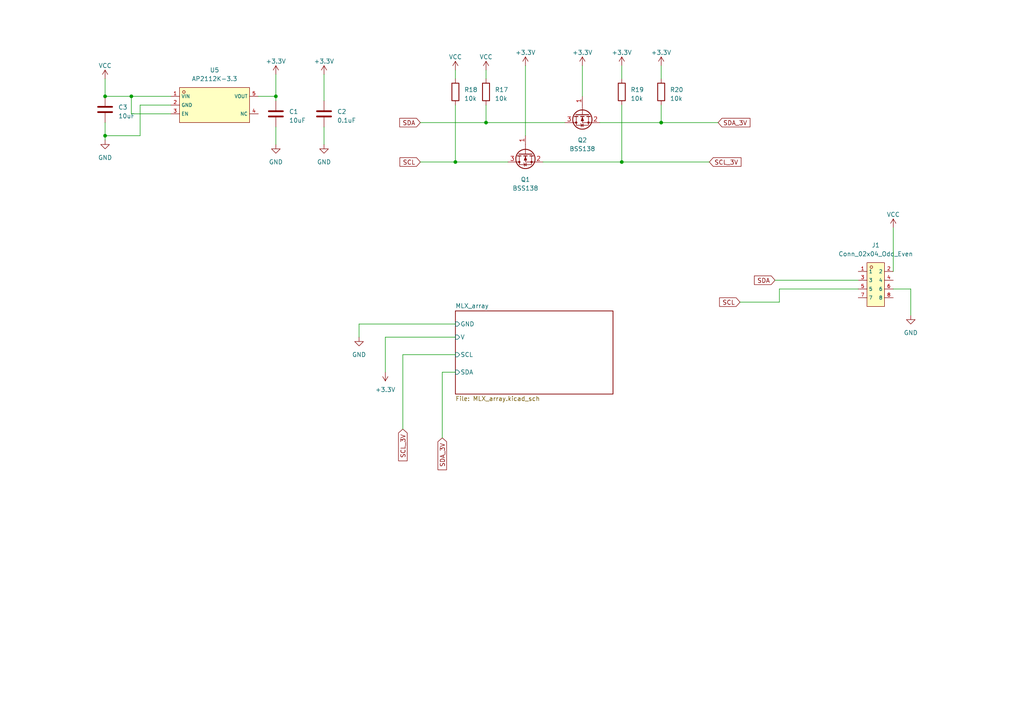
<source format=kicad_sch>
(kicad_sch (version 20230121) (generator eeschema)
  (paper "A4")
  (lib_symbols
    (symbol "Device:C" (pin_numbers hide) (pin_names (offset 0.254))
      (property "Reference" "C" (at 0.635 2.54 0))
      (property "Value" "C" (at 0.635 -2.54 0))
      (symbol "C_0_1"
        (polyline (pts (xy -2.032 -0.762) (xy 2.032 -0.762)) (stroke (width 0.508)))
        (polyline (pts (xy -2.032 0.762) (xy 2.032 0.762)) (stroke (width 0.508)))
      )
      (symbol "C_1_1"
        (pin passive line (at 0 3.81 270) (length 2.794) (name "~") (number "1"))
        (pin passive line (at 0 -3.81 90) (length 2.794) (name "~") (number "2"))
      )
    )
    (symbol "Device:R" (pin_numbers hide) (pin_names (offset 0))
      (property "Reference" "R" (at 2.032 0 90))
      (property "Value" "R" (at 0 0 90))
      (symbol "R_0_1"
        (rectangle (start -1.016 -2.54) (end 1.016 2.54) (stroke (width 0.254)))
      )
      (symbol "R_1_1"
        (pin passive line (at 0 3.81 270) (length 1.27) (name "~") (number "1"))
        (pin passive line (at 0 -3.81 90) (length 1.27) (name "~") (number "2"))
      )
    )
    (symbol "JLCPCB:AP2112K-3_3TRG1"
      (property "Reference" "U" (at 0 1.27 0))
      (property "Value" "AP2112K-3_3TRG1" (at 0 -2.54 0))
      (symbol "AP2112K-3_3TRG1_0_1"
        (rectangle (start -10.16 5.08) (end 10.16 -5.08) (fill (type background)))
        (circle (center -8.89 3.81) (radius 0.381) (fill (type background)))
        (pin unspecified line (at -12.7 2.54 0) (length 2.54) (name "VIN") (number "1"))
        (pin unspecified line (at -12.7 0 0) (length 2.54) (name "GND") (number "2"))
        (pin unspecified line (at -12.7 -2.54 0) (length 2.54) (name "EN") (number "3"))
        (pin unspecified line (at 12.7 -2.54 180) (length 2.54) (name "NC") (number "4"))
        (pin unspecified line (at 12.7 2.54 180) (length 2.54) (name "VOUT") (number "5"))
      )
    )
    (symbol "JLCPCB:PZ254-2-04-WS"
      (property "Reference" "U" (at 0 1.27 0))
      (property "Value" "PZ254-2-04-WS" (at 0 -2.54 0))
      (symbol "PZ254-2-04-WS_0_1"
        (rectangle (start -2.54 6.35) (end 2.54 -6.35) (fill (type background)))
        (circle (center -1.27 5.08) (radius 0.381) (fill (type background)))
        (pin unspecified line (at -5.08 3.81 0) (length 2.54) (name "1") (number "1"))
        (pin unspecified line (at 5.08 3.81 180) (length 2.54) (name "2") (number "2"))
        (pin unspecified line (at -5.08 1.27 0) (length 2.54) (name "3") (number "3"))
        (pin unspecified line (at 5.08 1.27 180) (length 2.54) (name "4") (number "4"))
        (pin unspecified line (at -5.08 -1.27 0) (length 2.54) (name "5") (number "5"))
        (pin unspecified line (at 5.08 -1.27 180) (length 2.54) (name "6") (number "6"))
        (pin unspecified line (at -5.08 -3.81 0) (length 2.54) (name "7") (number "7"))
        (pin unspecified line (at 5.08 -3.81 180) (length 2.54) (name "8") (number "8"))
      )
    )
    (symbol "Transistor_FET:BSS138" (pin_names hide)
      (property "Reference" "Q" (at 5.08 1.905 0))
      (property "Value" "BSS138" (at 5.08 0 0))
      (symbol "BSS138_0_1"
        (polyline (pts (xy 0.254 0) (xy -2.54 0)))
        (polyline (pts (xy 0.254 1.905) (xy 0.254 -1.905)) (stroke (width 0.254)))
        (polyline (pts (xy 0.762 -1.27) (xy 0.762 -2.286)) (stroke (width 0.254)))
        (polyline (pts (xy 0.762 0.508) (xy 0.762 -0.508)) (stroke (width 0.254)))
        (polyline (pts (xy 0.762 2.286) (xy 0.762 1.27)) (stroke (width 0.254)))
        (polyline (pts (xy 2.54 2.54) (xy 2.54 1.778)))
        (polyline (pts (xy 2.54 -2.54) (xy 2.54 0) (xy 0.762 0)))
        (polyline (pts (xy 0.762 -1.778) (xy 3.302 -1.778) (xy 3.302 1.778) (xy 0.762 1.778)))
        (polyline (pts (xy 1.016 0) (xy 2.032 0.381) (xy 2.032 -0.381) (xy 1.016 0)) (fill (type outline)))
        (polyline (pts (xy 2.794 0.508) (xy 2.921 0.381) (xy 3.683 0.381) (xy 3.81 0.254)))
        (polyline (pts (xy 3.302 0.381) (xy 2.921 -0.254) (xy 3.683 -0.254) (xy 3.302 0.381)))
        (circle (center 1.651 0) (radius 2.794) (stroke (width 0.254)))
        (circle (center 2.54 -1.778) (radius 0.254) (fill (type outline)))
        (circle (center 2.54 1.778) (radius 0.254) (fill (type outline)))
      )
      (symbol "BSS138_1_1"
        (pin input line (at -5.08 0 0) (length 2.54) (name "G") (number "1"))
        (pin passive line (at 2.54 -5.08 90) (length 2.54) (name "S") (number "2"))
        (pin passive line (at 2.54 5.08 270) (length 2.54) (name "D") (number "3"))
      )
    )
    (symbol "power:+3.3V" (power) (pin_names (offset 0))
      (property "Value" "+3.3V" (at 0 3.556 0))
      (symbol "+3.3V_0_1"
        (polyline (pts (xy -0.762 1.27) (xy 0 2.54)))
        (polyline (pts (xy 0 0) (xy 0 2.54)))
        (polyline (pts (xy 0 2.54) (xy 0.762 1.27)))
      )
      (symbol "+3.3V_1_1"
        (pin power_in line (at 0 0 90) (length 0) hide (name "+3.3V") (number "1"))
      )
    )
    (symbol "power:GND" (power) (pin_names (offset 0))
      (property "Value" "GND" (at 0 -3.81 0))
      (symbol "GND_0_1"
        (polyline (pts (xy 0 0) (xy 0 -1.27) (xy 1.27 -1.27) (xy 0 -2.54) (xy -1.27 -1.27) (xy 0 -1.27)))
      )
      (symbol "GND_1_1"
        (pin power_in line (at 0 0 270) (length 0) hide (name "GND") (number "1"))
      )
    )
    (symbol "power:VCC" (power) (pin_names (offset 0))
      (property "Value" "VCC" (at 0 3.81 0))
      (symbol "VCC_0_1"
        (polyline (pts (xy -0.762 1.27) (xy 0 2.54)))
        (polyline (pts (xy 0 0) (xy 0 2.54)))
        (polyline (pts (xy 0 2.54) (xy 0.762 1.27)))
      )
      (symbol "VCC_1_1"
        (pin power_in line (at 0 0 90) (length 0) hide (name "VCC") (number "1"))
      )
    )
  )
  (junction (at 180.34 46.99))
  (junction (at 191.77 35.56))
  (junction (at 30.48 27.94))
  (junction (at 30.48 39.37))
  (junction (at 140.97 35.56))
  (junction (at 80.01 27.94))
  (junction (at 38.1 27.94))
  (junction (at 132.08 46.99))
  (wire (pts (xy 30.48 35.56) (xy 30.48 39.37)))
  (wire (pts (xy 224.79 81.28) (xy 248.92 81.28)))
  (wire (pts (xy 226.06 83.82) (xy 248.92 83.82)))
  (wire (pts (xy 80.01 21.59) (xy 80.01 27.94)))
  (wire (pts (xy 180.34 30.48) (xy 180.34 46.99)))
  (wire (pts (xy 191.77 30.48) (xy 191.77 35.56)))
  (wire (pts (xy 140.97 20.32) (xy 140.97 22.86)))
  (wire (pts (xy 40.64 39.37) (xy 30.48 39.37)))
  (wire (pts (xy 140.97 35.56) (xy 140.97 30.48)))
  (wire (pts (xy 128.27 107.95) (xy 128.27 127)))
  (wire (pts (xy 38.1 33.02) (xy 38.1 27.94)))
  (wire (pts (xy 74.93 27.94) (xy 80.01 27.94)))
  (wire (pts (xy 180.34 19.05) (xy 180.34 22.86)))
  (wire (pts (xy 49.53 33.02) (xy 38.1 33.02)))
  (wire (pts (xy 132.08 20.32) (xy 132.08 22.86)))
  (wire (pts (xy 191.77 35.56) (xy 208.28 35.56)))
  (wire (pts (xy 259.08 66.04) (xy 259.08 78.74)))
  (wire (pts (xy 191.77 19.05) (xy 191.77 22.86)))
  (wire (pts (xy 49.53 30.48) (xy 40.64 30.48)))
  (wire (pts (xy 30.48 27.94) (xy 38.1 27.94)))
  (wire (pts (xy 259.08 83.82) (xy 264.16 83.82)))
  (wire (pts (xy 132.08 97.79) (xy 111.76 97.79)))
  (wire (pts (xy 214.63 87.63) (xy 226.06 87.63)))
  (wire (pts (xy 116.84 102.87) (xy 116.84 124.46)))
  (wire (pts (xy 226.06 87.63) (xy 226.06 83.82)))
  (wire (pts (xy 132.08 93.98) (xy 104.14 93.98)))
  (wire (pts (xy 132.08 102.87) (xy 116.84 102.87)))
  (wire (pts (xy 111.76 97.79) (xy 111.76 107.95)))
  (wire (pts (xy 180.34 46.99) (xy 205.74 46.99)))
  (wire (pts (xy 80.01 36.83) (xy 80.01 41.91)))
  (wire (pts (xy 264.16 83.82) (xy 264.16 91.44)))
  (wire (pts (xy 163.83 35.56) (xy 140.97 35.56)))
  (wire (pts (xy 132.08 46.99) (xy 132.08 30.48)))
  (wire (pts (xy 191.77 35.56) (xy 173.99 35.56)))
  (wire (pts (xy 168.91 19.05) (xy 168.91 27.94)))
  (wire (pts (xy 80.01 27.94) (xy 80.01 29.21)))
  (wire (pts (xy 30.48 39.37) (xy 30.48 40.64)))
  (wire (pts (xy 93.98 36.83) (xy 93.98 41.91)))
  (wire (pts (xy 121.92 46.99) (xy 132.08 46.99)))
  (wire (pts (xy 147.32 46.99) (xy 132.08 46.99)))
  (wire (pts (xy 132.08 107.95) (xy 128.27 107.95)))
  (wire (pts (xy 38.1 27.94) (xy 49.53 27.94)))
  (wire (pts (xy 152.4 19.05) (xy 152.4 39.37)))
  (wire (pts (xy 40.64 30.48) (xy 40.64 39.37)))
  (wire (pts (xy 93.98 21.59) (xy 93.98 29.21)))
  (wire (pts (xy 121.92 35.56) (xy 140.97 35.56)))
  (wire (pts (xy 30.48 22.86) (xy 30.48 27.94)))
  (wire (pts (xy 104.14 93.98) (xy 104.14 97.79)))
  (wire (pts (xy 180.34 46.99) (xy 157.48 46.99)))
  (global_label "SDA_3V" (shape input) (at 128.27 127 270) (property "Intersheetrefs" "${INTERSHEET_REFS}" (effects hide)))
  (global_label "SCL" (shape input) (at 214.63 87.63 180) (property "Intersheetrefs" "${INTERSHEET_REFS}" (effects hide)))
  (global_label "SCL_3V" (shape input) (at 116.84 124.46 270) (property "Intersheetrefs" "${INTERSHEET_REFS}" (effects hide)))
  (global_label "SCL" (shape input) (at 121.92 46.99 180) (property "Intersheetrefs" "${INTERSHEET_REFS}" (effects hide)))
  (global_label "SDA" (shape input) (at 224.79 81.28 180) (property "Intersheetrefs" "${INTERSHEET_REFS}" (effects hide)))
  (global_label "SDA_3V" (shape input) (at 208.28 35.56 0) (property "Intersheetrefs" "${INTERSHEET_REFS}" (effects hide)))
  (global_label "SDA" (shape input) (at 121.92 35.56 180) (property "Intersheetrefs" "${INTERSHEET_REFS}" (effects hide)))
  (global_label "SCL_3V" (shape input) (at 205.74 46.99 0) (property "Intersheetrefs" "${INTERSHEET_REFS}" (effects hide)))
  (symbol (lib_id "power:+3.3V") (at 80.01 21.59 0) (unit 1)
    (property "Reference" "#PWR015" (effects hide))
    (property "Value" "+3.3V" (at 80.01 17.78 0))
  )
  (symbol (lib_id "power:+3.3V") (at 111.76 107.95 180) (unit 1)
    (property "Reference" "#PWR09" (effects hide))
    (property "Value" "+3.3V" (at 111.76 113.03 0))
  )
  (symbol (lib_id "Device:R") (at 180.34 26.67 0) (unit 1)
    (property "Reference" "R19" (at 182.88 26.035 0) (effects (justify left)))
    (property "Value" "10k" (at 182.88 28.575 0) (effects (justify left)))
    (property "Footprint" "Resistor_SMD:R_0603_1608Metric" (effects hide))
    (property "LCSC" "C13564" (effects hide))
  )
  (symbol (lib_id "power:+3.3V") (at 152.4 19.05 0) (unit 1)
    (property "Reference" "#PWR028" (effects hide))
    (property "Value" "+3.3V" (at 152.4 15.24 0))
  )
  (symbol (lib_id "Device:R") (at 132.08 26.67 0) (unit 1)
    (property "Reference" "R18" (at 134.62 26.035 0) (effects (justify left)))
    (property "Value" "10k" (at 134.62 28.575 0) (effects (justify left)))
    (property "Footprint" "Resistor_SMD:R_0603_1608Metric" (effects hide))
    (property "LCSC" "C13564" (effects hide))
  )
  (symbol (lib_id "power:GND") (at 264.16 91.44 0) (unit 1)
    (property "Reference" "#PWR033" (effects hide))
    (property "Value" "GND" (at 264.16 96.52 0))
  )
  (symbol (lib_id "power:GND") (at 80.01 41.91 0) (unit 1)
    (property "Reference" "#PWR022" (effects hide))
    (property "Value" "GND" (at 80.01 46.99 0))
  )
  (symbol (lib_id "JLCPCB:PZ254-2-04-WS") (at 254 82.55 0) (unit 1)
    (property "Reference" "J1" (at 254 71.12 0))
    (property "Value" "Conn_02x04_Odd_Even" (at 254 73.66 0))
    (property "Footprint" "JLCPCB:HDR-SMD_8P-P2.54-H-M-R2-C4_2" (effects hide))
    (property "Datasheet" "https://atta.szlcsc.com/upload/public/pdf/source/20220914/7DA156E2DF93CE0A99D7406FDCB0C9E6.pdf" (effects hide))
    (property "LCSC" "C5149354" (effects hide))
  )
  (symbol (lib_id "power:+3.3V") (at 168.91 19.05 0) (unit 1)
    (property "Reference" "#PWR029" (effects hide))
    (property "Value" "+3.3V" (at 168.91 15.24 0))
  )
  (symbol (lib_id "power:+3.3V") (at 191.77 19.05 0) (unit 1)
    (property "Reference" "#PWR031" (effects hide))
    (property "Value" "+3.3V" (at 191.77 15.24 0))
  )
  (symbol (lib_id "power:VCC") (at 140.97 20.32 0) (unit 1)
    (property "Reference" "#PWR027" (effects hide))
    (property "Value" "VCC" (at 140.97 16.51 0))
  )
  (symbol (lib_id "Transistor_FET:BSS138") (at 168.91 33.02 90) (mirror x) (unit 1)
    (property "Reference" "Q2" (at 168.91 40.64 90))
    (property "Value" "BSS138" (at 168.91 43.18 90))
    (property "Footprint" "Package_TO_SOT_SMD:SOT-23" (effects hide))
    (property "Datasheet" "https://www.onsemi.com/pub/Collateral/BSS138-D.PDF" (effects hide))
    (property "LCSC" "C75547" (effects hide))
  )
  (symbol (lib_id "Device:C") (at 93.98 33.02 0) (unit 1)
    (property "Reference" "C2" (at 97.79 32.385 0) (effects (justify left)))
    (property "Value" "0.1uF" (at 97.79 34.925 0) (effects (justify left)))
    (property "Footprint" "Capacitor_SMD:C_0603_1608Metric" (effects hide))
    (property "LCSC" "C1590" (effects hide))
  )
  (symbol (lib_id "power:GND") (at 93.98 41.91 0) (unit 1)
    (property "Reference" "#PWR025" (effects hide))
    (property "Value" "GND" (at 93.98 46.99 0))
  )
  (symbol (lib_id "Device:C") (at 80.01 33.02 0) (unit 1)
    (property "Reference" "C1" (at 83.82 32.385 0) (effects (justify left)))
    (property "Value" "10uF" (at 83.82 34.925 0) (effects (justify left)))
    (property "Footprint" "Capacitor_SMD:C_0603_1608Metric" (effects hide))
    (property "LCSC" "C19702" (effects hide))
  )
  (symbol (lib_id "power:VCC") (at 259.08 66.04 0) (unit 1)
    (property "Reference" "#PWR032" (effects hide))
    (property "Value" "VCC" (at 259.08 62.23 0))
  )
  (symbol (lib_id "power:GND") (at 104.14 97.79 0) (unit 1)
    (property "Reference" "#PWR06" (effects hide))
    (property "Value" "GND" (at 104.14 102.87 0))
  )
  (symbol (lib_id "Device:R") (at 191.77 26.67 0) (unit 1)
    (property "Reference" "R20" (at 194.31 26.035 0) (effects (justify left)))
    (property "Value" "10k" (at 194.31 28.575 0) (effects (justify left)))
    (property "Footprint" "Resistor_SMD:R_0603_1608Metric" (effects hide))
    (property "LCSC" "C13564" (effects hide))
  )
  (symbol (lib_id "Device:R") (at 140.97 26.67 0) (unit 1)
    (property "Reference" "R17" (at 143.51 26.035 0) (effects (justify left)))
    (property "Value" "10k" (at 143.51 28.575 0) (effects (justify left)))
    (property "Footprint" "Resistor_SMD:R_0603_1608Metric" (effects hide))
    (property "LCSC" "C13564" (effects hide))
  )
  (symbol (lib_id "power:VCC") (at 132.08 20.32 0) (unit 1)
    (property "Reference" "#PWR026" (effects hide))
    (property "Value" "VCC" (at 132.08 16.51 0))
  )
  (symbol (lib_id "power:+3.3V") (at 93.98 21.59 0) (unit 1)
    (property "Reference" "#PWR016" (effects hide))
    (property "Value" "+3.3V" (at 93.98 17.78 0))
  )
  (symbol (lib_id "power:GND") (at 30.48 40.64 0) (unit 1)
    (property "Reference" "#PWR021" (effects hide))
    (property "Value" "GND" (at 30.48 45.72 0))
  )
  (symbol (lib_id "power:+3.3V") (at 180.34 19.05 0) (unit 1)
    (property "Reference" "#PWR030" (effects hide))
    (property "Value" "+3.3V" (at 180.34 15.24 0))
  )
  (symbol (lib_id "Transistor_FET:BSS138") (at 152.4 44.45 90) (mirror x) (unit 1)
    (property "Reference" "Q1" (at 152.4 52.07 90))
    (property "Value" "BSS138" (at 152.4 54.61 90))
    (property "Footprint" "Package_TO_SOT_SMD:SOT-23" (effects hide))
    (property "Datasheet" "https://www.onsemi.com/pub/Collateral/BSS138-D.PDF" (effects hide))
    (property "LCSC" "C75547" (effects hide))
  )
  (symbol (lib_id "JLCPCB:AP2112K-3_3TRG1") (at 62.23 30.48 0) (unit 1)
    (property "Reference" "U5" (at 62.23 20.32 0))
    (property "Value" "AP2112K-3.3" (at 62.23 22.86 0))
    (property "Footprint" "JLCPCB:SOT-25-5_L2.9-W1.6-P0.95-LS2.8-BL" (effects hide))
    (property "Datasheet" "https://atta.szlcsc.com/upload/public/pdf/source/20180521/C216647_DB6DD3A958B257C676AC8B0A0A0AE735.pdf" (effects hide))
    (property "LCSC" "C51118" (effects hide))
  )
  (symbol (lib_id "Device:C") (at 30.48 31.75 0) (unit 1)
    (property "Reference" "C3" (at 34.29 31.115 0) (effects (justify left)))
    (property "Value" "10uF" (at 34.29 33.655 0) (effects (justify left)))
    (property "Footprint" "Capacitor_SMD:C_0603_1608Metric" (effects hide))
    (property "LCSC" "C19702" (effects hide))
  )
  (symbol (lib_id "power:VCC") (at 30.48 22.86 0) (unit 1)
    (property "Reference" "#PWR010" (effects hide))
    (property "Value" "VCC" (at 30.48 19.05 0))
  )
  (sheet (at 132.08 90.17) (size 45.72 24.13) (stroke (width 0.1524))
    (property "Sheetname" "MLX_array" (at 132.08 89.4584 0) (effects (justify left bottom)))
    (property "Sheetfile" "MLX_array.kicad_sch" (at 132.08 114.8846 0) (effects (justify left top)))
    (pin "GND" input (at 132.08 93.98 180))
    (pin "V" input (at 132.08 97.79 180))
    (pin "SCL" input (at 132.08 102.87 180))
    (pin "SDA" input (at 132.08 107.95 180))
  )
)
</source>
